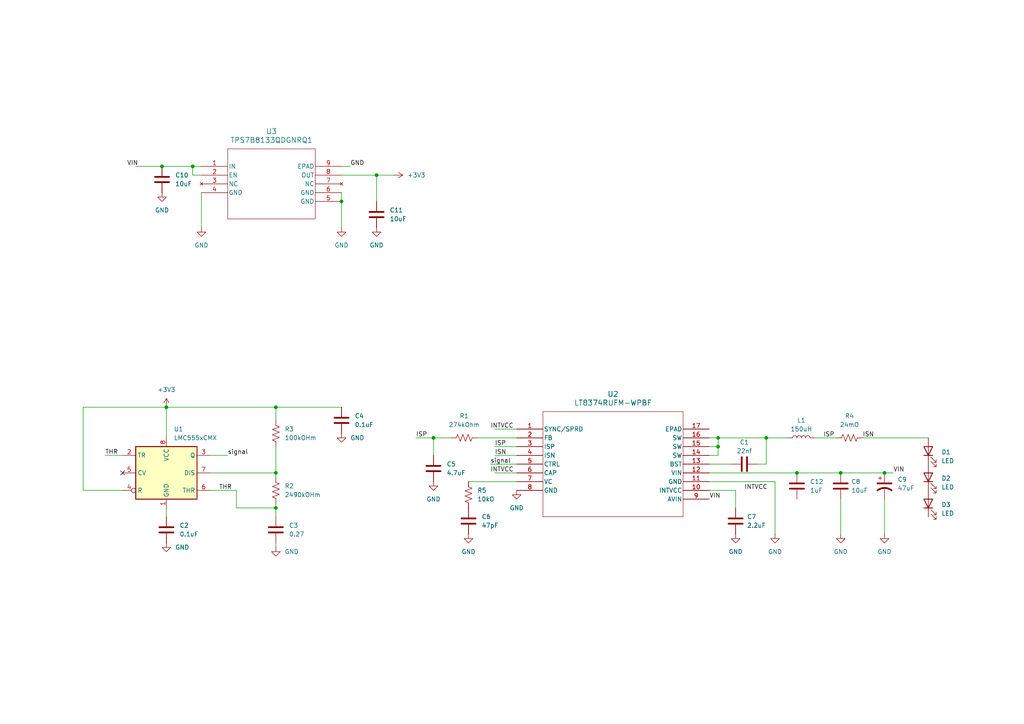
<source format=kicad_sch>
(kicad_sch (version 20250114) (generator "eeschema") (generator_version "9.0")
  (paper "A4")
  (lib_symbols
    (symbol "Device:C" (pin_numbers (hide yes)) (pin_names (offset 0.254))
      (property "Reference" "C" (at 0.635 2.54 0))
      (property "Value" "C" (at 0.635 -2.54 0))
      (symbol "C_0_1"
        (polyline (pts (xy -2.032 0.762) (xy 2.032 0.762)) (stroke (width 0.508)))
        (polyline (pts (xy -2.032 -0.762) (xy 2.032 -0.762)) (stroke (width 0.508)))
      )
      (symbol "C_1_1"
        (pin passive line (at 0 3.81 270) (length 2.794) (name "~") (number "1"))
        (pin passive line (at 0 -3.81 90) (length 2.794) (name "~") (number "2"))
      )
    )
    (symbol "Device:C_Polarized_US" (pin_numbers (hide yes)) (pin_names (offset 0.254) (hide yes))
      (property "Reference" "C" (at 0.635 2.54 0))
      (property "Value" "C_Polarized_US" (at 0.635 -2.54 0))
      (symbol "C_Polarized_US_0_1"
        (polyline (pts (xy -2.032 0.762) (xy 2.032 0.762)) (stroke (width 0.508)))
        (polyline (pts (xy -1.778 2.286) (xy -0.762 2.286)))
        (polyline (pts (xy -1.27 1.778) (xy -1.27 2.794)))
        (arc (start -2.032 -1.27) (mid 0 -0.5572) (end 2.032 -1.27) (stroke (width 0.508)))
      )
      (symbol "C_Polarized_US_1_1"
        (pin passive line (at 0 3.81 270) (length 2.794) (name "~") (number "1"))
        (pin passive line (at 0 -3.81 90) (length 3.302) (name "~") (number "2"))
      )
    )
    (symbol "Device:L" (pin_numbers (hide yes)) (pin_names (offset 1.016) (hide yes))
      (property "Reference" "L" (at -1.27 0 90))
      (property "Value" "L" (at 1.905 0 90))
      (symbol "L_0_1"
        (arc (start 0 2.54) (mid 0.6323 1.905) (end 0 1.27))
        (arc (start 0 1.27) (mid 0.6323 0.635) (end 0 0))
        (arc (start 0 0) (mid 0.6323 -0.635) (end 0 -1.27))
        (arc (start 0 -1.27) (mid 0.6323 -1.905) (end 0 -2.54))
      )
      (symbol "L_1_1"
        (pin passive line (at 0 3.81 270) (length 1.27) (name "1") (number "1"))
        (pin passive line (at 0 -3.81 90) (length 1.27) (name "2") (number "2"))
      )
    )
    (symbol "Device:LED" (pin_numbers (hide yes)) (pin_names (offset 1.016) (hide yes))
      (property "Reference" "D" (at 0 2.54 0))
      (property "Value" "LED" (at 0 -2.54 0))
      (symbol "LED_0_1"
        (polyline (pts (xy -3.048 -0.762) (xy -4.572 -2.286) (xy -3.81 -2.286) (xy -4.572 -2.286) (xy -4.572 -1.524)))
        (polyline (pts (xy -1.778 -0.762) (xy -3.302 -2.286) (xy -2.54 -2.286) (xy -3.302 -2.286) (xy -3.302 -1.524)))
        (polyline (pts (xy -1.27 0) (xy 1.27 0)))
        (polyline (pts (xy -1.27 -1.27) (xy -1.27 1.27)) (stroke (width 0.254)))
        (polyline (pts (xy 1.27 -1.27) (xy 1.27 1.27) (xy -1.27 0) (xy 1.27 -1.27)) (stroke (width 0.254)))
      )
      (symbol "LED_1_1"
        (pin passive line (at -3.81 0 0) (length 2.54) (name "K") (number "1"))
        (pin passive line (at 3.81 0 180) (length 2.54) (name "A") (number "2"))
      )
    )
    (symbol "Device:R_US" (pin_numbers (hide yes)) (pin_names (offset 0))
      (property "Reference" "R" (at 2.54 0 90))
      (property "Value" "R_US" (at -2.54 0 90))
      (symbol "R_US_0_1"
        (polyline (pts (xy 0 2.286) (xy 0 2.54)))
        (polyline (pts (xy 0 2.286) (xy 1.016 1.905) (xy 0 1.524) (xy -1.016 1.143) (xy 0 0.762)))
        (polyline (pts (xy 0 0.762) (xy 1.016 0.381) (xy 0 0) (xy -1.016 -0.381) (xy 0 -0.762)))
        (polyline (pts (xy 0 -0.762) (xy 1.016 -1.143) (xy 0 -1.524) (xy -1.016 -1.905) (xy 0 -2.286)))
        (polyline (pts (xy 0 -2.286) (xy 0 -2.54)))
      )
      (symbol "R_US_1_1"
        (pin passive line (at 0 3.81 270) (length 1.27) (name "~") (number "1"))
        (pin passive line (at 0 -3.81 90) (length 1.27) (name "~") (number "2"))
      )
    )
    (symbol "Timer:LMC555xM"
      (property "Reference" "U" (at -10.16 8.89 0))
      (property "Value" "LMC555xM" (at 2.54 8.89 0))
      (symbol "LMC555xM_0_0"
        (pin power_in line (at 0 10.16 270) (length 2.54) (name "VCC") (number "8"))
        (pin power_in line (at 0 -10.16 90) (length 2.54) (name "GND") (number "1"))
      )
      (symbol "LMC555xM_0_1"
        (rectangle (start -8.89 -7.62) (end 8.89 7.62) (stroke (width 0.254)) (fill (type background)))
        (rectangle (start -8.89 -7.62) (end 8.89 7.62) (stroke (width 0.254)) (fill (type background)))
      )
      (symbol "LMC555xM_1_1"
        (pin input line (at -12.7 5.08 0) (length 3.81) (name "TR") (number "2"))
        (pin input line (at -12.7 0 0) (length 3.81) (name "CV") (number "5"))
        (pin input inverted (at -12.7 -5.08 0) (length 3.81) (name "R") (number "4"))
        (pin output line (at 12.7 5.08 180) (length 3.81) (name "Q") (number "3"))
        (pin input line (at 12.7 0 180) (length 3.81) (name "DIS") (number "7"))
        (pin input line (at 12.7 -5.08 180) (length 3.81) (name "THR") (number "6"))
      )
    )
    (symbol "_LT8374:LT8374RUFM-WPBF" (pin_names (offset 0.254))
      (property "Reference" "U" (at 27.94 10.16 0))
      (property "Value" "LT8374RUFM-WPBF" (at 27.94 7.62 0))
      (symbol "LT8374RUFM-WPBF_0_1"
        (polyline (pts (xy 7.62 5.08) (xy 7.62 -25.4)) (stroke (width 0.127)))
        (polyline (pts (xy 7.62 -25.4) (xy 48.26 -25.4)) (stroke (width 0.127)))
        (polyline (pts (xy 48.26 5.08) (xy 7.62 5.08)) (stroke (width 0.127)))
        (polyline (pts (xy 48.26 -25.4) (xy 48.26 5.08)) (stroke (width 0.127)))
        (pin unspecified line (at 0 0 0) (length 7.62) (name "SYNC/SPRD") (number "1"))
        (pin unspecified line (at 0 -2.54 0) (length 7.62) (name "FB") (number "2"))
        (pin unspecified line (at 0 -5.08 0) (length 7.62) (name "ISP") (number "3"))
        (pin unspecified line (at 0 -7.62 0) (length 7.62) (name "ISN") (number "4"))
        (pin unspecified line (at 0 -10.16 0) (length 7.62) (name "CTRL") (number "5"))
        (pin unspecified line (at 0 -12.7 0) (length 7.62) (name "CAP") (number "6"))
        (pin unspecified line (at 0 -15.24 0) (length 7.62) (name "VC") (number "7"))
        (pin power_out line (at 0 -17.78 0) (length 7.62) (name "GND") (number "8"))
        (pin power_out line (at 55.88 0 180) (length 7.62) (name "EPAD") (number "17"))
        (pin unspecified line (at 55.88 -2.54 180) (length 7.62) (name "SW") (number "16"))
        (pin unspecified line (at 55.88 -5.08 180) (length 7.62) (name "SW") (number "15"))
        (pin unspecified line (at 55.88 -7.62 180) (length 7.62) (name "SW") (number "14"))
        (pin unspecified line (at 55.88 -10.16 180) (length 7.62) (name "BST") (number "13"))
        (pin input line (at 55.88 -12.7 180) (length 7.62) (name "VIN") (number "12"))
        (pin power_out line (at 55.88 -15.24 180) (length 7.62) (name "GND") (number "11"))
        (pin power_in line (at 55.88 -17.78 180) (length 7.62) (name "INTVCC") (number "10"))
        (pin input line (at 55.88 -20.32 180) (length 7.62) (name "AVIN") (number "9"))
      )
    )
    (symbol "_TPS7B81-Q1:TPS7B8133QDGNRQ1" (pin_names (offset 0.254))
      (property "Reference" "U" (at 20.32 10.16 0))
      (property "Value" "TPS7B8133QDGNRQ1" (at 20.32 7.62 0))
      (symbol "TPS7B8133QDGNRQ1_0_1"
        (polyline (pts (xy 7.62 5.08) (xy 7.62 -15.24)) (stroke (width 0.127)))
        (polyline (pts (xy 7.62 -15.24) (xy 33.02 -15.24)) (stroke (width 0.127)))
        (polyline (pts (xy 33.02 5.08) (xy 7.62 5.08)) (stroke (width 0.127)))
        (polyline (pts (xy 33.02 -15.24) (xy 33.02 5.08)) (stroke (width 0.127)))
        (pin input line (at 0 0 0) (length 7.62) (name "IN") (number "1"))
        (pin input line (at 0 -2.54 0) (length 7.62) (name "EN") (number "2"))
        (pin no_connect line (at 0 -5.08 0) (length 7.62) (name "NC") (number "3"))
        (pin power_out line (at 0 -7.62 0) (length 7.62) (name "GND") (number "4"))
        (pin power_out line (at 40.64 0 180) (length 7.62) (name "EPAD") (number "9"))
        (pin output line (at 40.64 -2.54 180) (length 7.62) (name "OUT") (number "8"))
        (pin no_connect line (at 40.64 -5.08 180) (length 7.62) (name "NC") (number "7"))
        (pin power_out line (at 40.64 -7.62 180) (length 7.62) (name "GND") (number "6"))
        (pin power_out line (at 40.64 -10.16 180) (length 7.62) (name "GND") (number "5"))
      )
    )
    (symbol "power:+3V3" (power) (pin_numbers (hide yes)) (pin_names (offset 0) (hide yes))
      (property "Value" "+3V3" (at 0 3.556 0))
      (symbol "+3V3_0_1"
        (polyline (pts (xy -0.762 1.27) (xy 0 2.54)))
        (polyline (pts (xy 0 2.54) (xy 0.762 1.27)))
        (polyline (pts (xy 0 0) (xy 0 2.54)))
      )
      (symbol "+3V3_1_1"
        (pin power_in line (at 0 0 90) (length 0) (name "~") (number "1"))
      )
    )
    (symbol "power:GND" (power) (pin_numbers (hide yes)) (pin_names (offset 0) (hide yes))
      (property "Value" "GND" (at 0 -3.81 0))
      (symbol "GND_0_1"
        (polyline (pts (xy 0 0) (xy 0 -1.27) (xy 1.27 -1.27) (xy 0 -2.54) (xy -1.27 -1.27) (xy 0 -1.27)))
      )
      (symbol "GND_1_1"
        (pin power_in line (at 0 0 270) (length 0) (name "~") (number "1"))
      )
    )
  )
  (junction (at 80.01 137.16))
  (junction (at 125.73 127))
  (junction (at 55.88 48.26))
  (junction (at 99.06 58.42))
  (junction (at 243.84 137.16))
  (junction (at 80.01 147.32))
  (junction (at 48.26 118.11))
  (junction (at 208.28 127))
  (junction (at 46.99 48.26))
  (junction (at 109.22 50.8))
  (junction (at 208.28 129.54))
  (junction (at 80.01 118.11))
  (junction (at 231.14 137.16))
  (junction (at 222.25 127))
  (junction (at 256.54 137.16))
  (no_connect (at 35.56 137.16))
  (wire (pts (xy 222.25 127) (xy 228.6 127)))
  (wire (pts (xy 68.58 147.32) (xy 80.01 147.32)))
  (wire (pts (xy 205.74 139.7) (xy 224.79 139.7)))
  (wire (pts (xy 250.19 127) (xy 269.24 127)))
  (wire (pts (xy 231.14 137.16) (xy 243.84 137.16)))
  (wire (pts (xy 99.06 55.88) (xy 99.06 58.42)))
  (wire (pts (xy 80.01 149.86) (xy 80.01 147.32)))
  (wire (pts (xy 68.58 147.32) (xy 68.58 142.24)))
  (wire (pts (xy 142.24 134.62) (xy 149.86 134.62)))
  (wire (pts (xy 236.22 127) (xy 242.57 127)))
  (wire (pts (xy 205.74 134.62) (xy 212.09 134.62)))
  (wire (pts (xy 208.28 127) (xy 222.25 127)))
  (wire (pts (xy 138.43 127) (xy 149.86 127)))
  (wire (pts (xy 58.42 50.8) (xy 55.88 50.8)))
  (wire (pts (xy 143.51 132.08) (xy 149.86 132.08)))
  (wire (pts (xy 80.01 118.11) (xy 80.01 121.92)))
  (wire (pts (xy 243.84 137.16) (xy 256.54 137.16)))
  (wire (pts (xy 208.28 129.54) (xy 208.28 127)))
  (wire (pts (xy 143.51 129.54) (xy 149.86 129.54)))
  (wire (pts (xy 208.28 132.08) (xy 208.28 129.54)))
  (wire (pts (xy 68.58 142.24) (xy 60.96 142.24)))
  (wire (pts (xy 99.06 58.42) (xy 99.06 66.04)))
  (wire (pts (xy 256.54 137.16) (xy 259.08 137.16)))
  (wire (pts (xy 66.04 132.08) (xy 60.96 132.08)))
  (wire (pts (xy 143.51 124.46) (xy 149.86 124.46)))
  (wire (pts (xy 55.88 50.8) (xy 55.88 48.26)))
  (wire (pts (xy 80.01 147.32) (xy 80.01 146.05)))
  (wire (pts (xy 125.73 127) (xy 130.81 127)))
  (wire (pts (xy 48.26 118.11) (xy 48.26 127)))
  (wire (pts (xy 39.37 48.26) (xy 46.99 48.26)))
  (wire (pts (xy 80.01 138.43) (xy 80.01 137.16)))
  (wire (pts (xy 224.79 139.7) (xy 224.79 154.94)))
  (wire (pts (xy 35.56 142.24) (xy 24.13 142.24)))
  (wire (pts (xy 80.01 118.11) (xy 99.06 118.11)))
  (wire (pts (xy 125.73 127) (xy 120.65 127)))
  (wire (pts (xy 222.25 127) (xy 222.25 134.62)))
  (wire (pts (xy 143.51 137.16) (xy 149.86 137.16)))
  (wire (pts (xy 243.84 144.78) (xy 243.84 154.94)))
  (wire (pts (xy 24.13 118.11) (xy 48.26 118.11)))
  (wire (pts (xy 135.89 139.7) (xy 149.86 139.7)))
  (wire (pts (xy 55.88 48.26) (xy 58.42 48.26)))
  (wire (pts (xy 256.54 144.78) (xy 256.54 154.94)))
  (wire (pts (xy 99.06 50.8) (xy 109.22 50.8)))
  (wire (pts (xy 109.22 50.8) (xy 114.3 50.8)))
  (wire (pts (xy 125.73 132.08) (xy 125.73 127)))
  (wire (pts (xy 109.22 50.8) (xy 109.22 58.42)))
  (wire (pts (xy 222.25 134.62) (xy 219.71 134.62)))
  (wire (pts (xy 205.74 142.24) (xy 213.36 142.24)))
  (wire (pts (xy 205.74 129.54) (xy 208.28 129.54)))
  (wire (pts (xy 213.36 142.24) (xy 213.36 147.32)))
  (wire (pts (xy 58.42 55.88) (xy 58.42 66.04)))
  (wire (pts (xy 48.26 147.32) (xy 48.26 149.86)))
  (wire (pts (xy 30.48 132.08) (xy 35.56 132.08)))
  (wire (pts (xy 80.01 129.54) (xy 80.01 137.16)))
  (wire (pts (xy 99.06 48.26) (xy 101.6 48.26)))
  (wire (pts (xy 24.13 142.24) (xy 24.13 118.11)))
  (wire (pts (xy 80.01 158.75) (xy 80.01 157.48)))
  (wire (pts (xy 48.26 118.11) (xy 80.01 118.11)))
  (wire (pts (xy 46.99 48.26) (xy 55.88 48.26)))
  (wire (pts (xy 60.96 137.16) (xy 80.01 137.16)))
  (wire (pts (xy 205.74 127) (xy 208.28 127)))
  (wire (pts (xy 205.74 132.08) (xy 208.28 132.08)))
  (wire (pts (xy 205.74 137.16) (xy 231.14 137.16)))
  (label "signal" (at 66.04 132.08 0))
  (label "ISP" (at 120.65 127 0))
  (label "INTVCC" (at 142.24 137.16 0))
  (label "ISN" (at 143.51 132.08 0))
  (label "ISN" (at 250.19 127 0))
  (label "signal" (at 142.24 134.62 0))
  (label "THR" (at 30.48 132.08 0))
  (label "THR" (at 63.5 142.24 0))
  (label "VIN" (at 259.08 137.16 0))
  (label "INTVCC" (at 215.9 142.24 0))
  (label "VIN" (at 36.83 48.26 0))
  (label "VIN" (at 205.74 144.78 0))
  (label "INTVCC" (at 142.24 124.46 0))
  (label "ISP" (at 143.51 129.54 0))
  (label "ISP" (at 238.76 127 0))
  (label "GND" (at 101.6 48.26 0))
  (symbol (lib_id "_TPS7B81-Q1:TPS7B8133QDGNRQ1") (at 58.42 48.26 0) (unit 1)
    (property "Reference" "U3" (at 78.74 38.1 0) (effects (font (size 1.524 1.524))))
    (property "Value" "TPS7B8133QDGNRQ1" (at 78.74 40.64 0) (effects (font (size 1.524 1.524))))
    (property "Footprint" "VSSOP8_DGN_TEX" (effects (hide yes)))
    (property "Datasheet" "https://www.ti.com/lit/gpn/tps7b81-q1" (effects (hide yes)))
  )
  (symbol (lib_id "Device:C") (at 125.73 135.89 180) (unit 1)
    (property "Reference" "C5" (at 129.54 134.6199 0) (effects (justify right)))
    (property "Value" "4.7uF" (at 129.54 137.1599 0) (effects (justify right)))
    (property "Description" "Unpolarized capacitor" (effects (hide yes)))
  )
  (symbol (lib_id "power:GND") (at 213.36 154.94 0) (unit 1)
    (property "Reference" "#PWR06" (effects (hide yes)))
    (property "Value" "GND" (at 213.36 160.02 0))
    (property "Description" "Power symbol creates a global label with name \"GND\" , ground" (effects (hide yes)))
  )
  (symbol (lib_id "Device:R_US") (at 80.01 142.24 0) (unit 1)
    (property "Reference" "R2" (at 82.55 140.9699 0) (effects (justify left)))
    (property "Value" "2490kOHm" (at 82.55 143.5099 0) (effects (justify left)))
    (property "Description" "Resistor, US symbol" (effects (hide yes)))
  )
  (symbol (lib_id "Device:C") (at 231.14 140.97 0) (unit 1)
    (property "Reference" "C12" (at 234.95 139.6999 0) (effects (justify left)))
    (property "Value" "1uF" (at 234.95 142.2399 0) (effects (justify left)))
    (property "Description" "Unpolarized capacitor" (effects (hide yes)))
  )
  (symbol (lib_id "power:GND") (at 109.22 66.04 0) (unit 1)
    (property "Reference" "#PWR012" (effects (hide yes)))
    (property "Value" "GND" (at 109.22 71.12 0))
    (property "Description" "Power symbol creates a global label with name \"GND\" , ground" (effects (hide yes)))
  )
  (symbol (lib_id "power:GND") (at 80.01 158.75 0) (unit 1)
    (property "Reference" "#PWR02" (effects (hide yes)))
    (property "Value" "GND" (at 82.55 160.0199 0) (effects (justify left)))
    (property "Description" "Power symbol creates a global label with name \"GND\" , ground" (effects (hide yes)))
  )
  (symbol (lib_id "Device:LED") (at 269.24 146.05 90) (unit 1)
    (property "Reference" "D3" (at 273.05 146.3674 90) (effects (justify right)))
    (property "Value" "LED" (at 273.05 148.9074 90) (effects (justify right)))
    (property "Description" "Light emitting diode" (effects (hide yes)))
    (property "Sim.Pins" "1=K 2=A" (effects (hide yes)))
    (property "Mfr" "CreeLED" (effects (hide yes)))
    (property "Mfr P/N" "JB3030AWT-P-H65EA0000-N0000001" (effects (hide yes)))
  )
  (symbol (lib_id "power:+3V3") (at 114.3 50.8 270) (unit 1)
    (property "Reference" "#PWR015" (effects (hide yes)))
    (property "Value" "+3V3" (at 118.11 50.7999 90) (effects (justify left)))
    (property "Description" "Power symbol creates a global label with name \"+3V3\"" (effects (hide yes)))
  )
  (symbol (lib_id "power:GND") (at 135.89 154.94 0) (unit 1)
    (property "Reference" "#PWR05" (effects (hide yes)))
    (property "Value" "GND" (at 135.89 160.02 0))
    (property "Description" "Power symbol creates a global label with name \"GND\" , ground" (effects (hide yes)))
  )
  (symbol (lib_id "power:GND") (at 224.79 154.94 0) (unit 1)
    (property "Reference" "#PWR07" (effects (hide yes)))
    (property "Value" "GND" (at 224.79 160.02 0))
    (property "Description" "Power symbol creates a global label with name \"GND\" , ground" (effects (hide yes)))
  )
  (symbol (lib_id "Device:C") (at 135.89 151.13 0) (unit 1)
    (property "Reference" "C6" (at 139.7 149.8599 0) (effects (justify left)))
    (property "Value" "47pF" (at 139.7 152.3999 0) (effects (justify left)))
    (property "Description" "Unpolarized capacitor" (effects (hide yes)))
  )
  (symbol (lib_id "power:GND") (at 58.42 66.04 0) (unit 1)
    (property "Reference" "#PWR014" (effects (hide yes)))
    (property "Value" "GND" (at 58.42 71.12 0))
    (property "Description" "Power symbol creates a global label with name \"GND\" , ground" (effects (hide yes)))
  )
  (symbol (lib_id "power:GND") (at 46.99 55.88 0) (unit 1)
    (property "Reference" "#PWR011" (effects (hide yes)))
    (property "Value" "GND" (at 46.99 60.96 0))
    (property "Description" "Power symbol creates a global label with name \"GND\" , ground" (effects (hide yes)))
  )
  (symbol (lib_id "Device:C") (at 46.99 52.07 0) (unit 1)
    (property "Reference" "C10" (at 50.8 50.7999 0) (effects (justify left)))
    (property "Value" "10uF" (at 50.8 53.3399 0) (effects (justify left)))
    (property "Description" "Unpolarized capacitor" (effects (hide yes)))
  )
  (symbol (lib_id "Device:C") (at 213.36 151.13 0) (unit 1)
    (property "Reference" "C7" (at 216.662 149.86 0) (effects (justify left)))
    (property "Value" "2.2uF" (at 216.662 152.4 0) (effects (justify left)))
    (property "Description" "Unpolarized capacitor" (effects (hide yes)))
  )
  (symbol (lib_id "Device:C") (at 99.06 121.92 0) (unit 1)
    (property "Reference" "C4" (at 102.87 120.6499 0) (effects (justify left)))
    (property "Value" "0.1uF" (at 102.87 123.1899 0) (effects (justify left)))
    (property "Description" "Unpolarized capacitor" (effects (hide yes)))
  )
  (symbol (lib_id "Device:C") (at 109.22 62.23 0) (unit 1)
    (property "Reference" "C11" (at 113.03 60.9599 0) (effects (justify left)))
    (property "Value" "10uF" (at 113.03 63.4999 0) (effects (justify left)))
    (property "Description" "Unpolarized capacitor" (effects (hide yes)))
  )
  (symbol (lib_id "Device:R_US") (at 134.62 127 90) (unit 1)
    (property "Reference" "R1" (at 134.62 120.65 90))
    (property "Value" "274kOhm" (at 134.62 123.19 90))
    (property "Description" "Resistor, US symbol" (effects (hide yes)))
  )
  (symbol (lib_id "power:GND") (at 243.84 154.94 0) (unit 1)
    (property "Reference" "#PWR09" (effects (hide yes)))
    (property "Value" "GND" (at 243.84 160.02 0))
    (property "Description" "Power symbol creates a global label with name \"GND\" , ground" (effects (hide yes)))
  )
  (symbol (lib_id "power:GND") (at 48.26 157.48 0) (unit 1)
    (property "Reference" "#PWR01" (effects (hide yes)))
    (property "Value" "GND" (at 50.8 158.7499 0) (effects (justify left)))
    (property "Description" "Power symbol creates a global label with name \"GND\" , ground" (effects (hide yes)))
  )
  (symbol (lib_id "Device:R_US") (at 135.89 143.51 0) (unit 1)
    (property "Reference" "R5" (at 138.43 142.2399 0) (effects (justify left)))
    (property "Value" "10kO" (at 138.43 144.7799 0) (effects (justify left)))
    (property "Description" "Resistor, US symbol" (effects (hide yes)))
  )
  (symbol (lib_id "Device:L") (at 232.41 127 90) (unit 1)
    (property "Reference" "L1" (at 232.41 121.92 90))
    (property "Value" "150uH" (at 232.41 124.46 90))
    (property "Datasheet" "https://www.bourns.com/docs/Product-Datasheets/SRN1060.pdf" (effects (hide yes)))
    (property "Description" "Inductor" (effects (hide yes)))
    (property "Mfr" "Bourns Inc." (effects (hide yes)))
    (property "Mfr P/N" "SRN1060-151M" (effects (hide yes)))
    (property "Supplier_1" "DigiKey" (effects (hide yes)))
    (property "Supplier_1 P/N" "SRN1060-151MCT-ND" (effects (hide yes)))
    (property "Supplier_1 Price @ Qty" "$0.67" (effects (hide yes)))
    (property "Supplier_1 Unit Price" "$0.67000" (effects (hide yes)))
  )
  (symbol (lib_id "Device:R_US") (at 246.38 127 90) (unit 1)
    (property "Reference" "R4" (at 246.38 120.65 90))
    (property "Value" "24mO" (at 246.38 123.19 90))
    (property "Description" "Resistor, US symbol" (effects (hide yes)))
  )
  (symbol (lib_id "Device:C") (at 48.26 153.67 0) (unit 1)
    (property "Reference" "C2" (at 52.07 152.3999 0) (effects (justify left)))
    (property "Value" "0.1uF" (at 52.07 154.9399 0) (effects (justify left)))
    (property "Description" "Unpolarized capacitor" (effects (hide yes)))
  )
  (symbol (lib_id "power:GND") (at 99.06 125.73 0) (unit 1)
    (property "Reference" "#PWR03" (effects (hide yes)))
    (property "Value" "GND" (at 101.6 126.9999 0) (effects (justify left)))
    (property "Description" "Power symbol creates a global label with name \"GND\" , ground" (effects (hide yes)))
  )
  (symbol (lib_id "power:GND") (at 125.73 139.7 0) (unit 1)
    (property "Reference" "#PWR04" (effects (hide yes)))
    (property "Value" "GND" (at 125.73 144.78 0))
    (property "Description" "Power symbol creates a global label with name \"GND\" , ground" (effects (hide yes)))
  )
  (symbol (lib_id "Device:C") (at 215.9 134.62 90) (unit 1)
    (property "Reference" "C1" (at 215.9 128.27 90))
    (property "Value" "22nf" (at 215.9 130.81 90))
    (property "Description" "Unpolarized capacitor" (effects (hide yes)))
  )
  (symbol (lib_id "Device:LED") (at 269.24 138.43 90) (unit 1)
    (property "Reference" "D2" (at 273.05 138.7474 90) (effects (justify right)))
    (property "Value" "LED" (at 273.05 141.2874 90) (effects (justify right)))
    (property "Description" "Light emitting diode" (effects (hide yes)))
    (property "Sim.Pins" "1=K 2=A" (effects (hide yes)))
    (property "Mfr" "CreeLED" (effects (hide yes)))
    (property "Mfr P/N" "JB3030AWT-P-H65EA0000-N0000001" (effects (hide yes)))
  )
  (symbol (lib_id "Device:C_Polarized_US") (at 256.54 140.97 0) (unit 1)
    (property "Reference" "C9" (at 260.35 139.0649 0) (effects (justify left)))
    (property "Value" "47uF" (at 260.35 141.6049 0) (effects (justify left)))
    (property "Description" "Polarized capacitor, US symbol" (effects (hide yes)))
  )
  (symbol (lib_id "power:GND") (at 256.54 154.94 0) (unit 1)
    (property "Reference" "#PWR08" (effects (hide yes)))
    (property "Value" "GND" (at 256.54 160.02 0))
    (property "Description" "Power symbol creates a global label with name \"GND\" , ground" (effects (hide yes)))
  )
  (symbol (lib_id "Device:C") (at 80.01 153.67 0) (unit 1)
    (property "Reference" "C3" (at 83.82 152.3999 0) (effects (justify left)))
    (property "Value" "0.27" (at 83.82 154.9399 0) (effects (justify left)))
    (property "Description" "Unpolarized capacitor" (effects (hide yes)))
  )
  (symbol (lib_id "Device:R_US") (at 80.01 125.73 0) (unit 1)
    (property "Reference" "R3" (at 82.55 124.4599 0) (effects (justify left)))
    (property "Value" "100kOHm" (at 82.55 126.9999 0) (effects (justify left)))
    (property "Description" "Resistor, US symbol" (effects (hide yes)))
  )
  (symbol (lib_id "power:+3V3") (at 48.26 118.11 0) (unit 1)
    (property "Reference" "#PWR016" (effects (hide yes)))
    (property "Value" "+3V3" (at 48.26 113.03 0))
    (property "Description" "Power symbol creates a global label with name \"+3V3\"" (effects (hide yes)))
  )
  (symbol (lib_id "power:GND") (at 149.86 142.24 0) (unit 1)
    (property "Reference" "#PWR010" (effects (hide yes)))
    (property "Value" "GND" (at 149.86 147.32 0))
    (property "Description" "Power symbol creates a global label with name \"GND\" , ground" (effects (hide yes)))
  )
  (symbol (lib_id "power:GND") (at 99.06 66.04 0) (unit 1)
    (property "Reference" "#PWR013" (effects (hide yes)))
    (property "Value" "GND" (at 99.06 71.12 0))
    (property "Description" "Power symbol creates a global label with name \"GND\" , ground" (effects (hide yes)))
  )
  (symbol (lib_id "Device:LED") (at 269.24 130.81 90) (unit 1)
    (property "Reference" "D1" (at 273.05 131.1274 90) (effects (justify right)))
    (property "Value" "LED" (at 273.05 133.6674 90) (effects (justify right)))
    (property "Description" "Light emitting diode" (effects (hide yes)))
    (property "Sim.Pins" "1=K 2=A" (effects (hide yes)))
    (property "Mfr" "CreeLED" (effects (hide yes)))
    (property "Mfr P/N" "JB3030AWT-P-H65EA0000-N0000001" (effects (hide yes)))
  )
  (symbol (lib_id "_LT8374:LT8374RUFM-WPBF") (at 149.86 124.46 0) (unit 1)
    (property "Reference" "U2" (at 177.8 114.3 0) (effects (font (size 1.524 1.524))))
    (property "Value" "LT8374RUFM-WPBF" (at 177.8 116.84 0) (effects (font (size 1.524 1.524))))
    (property "Footprint" "05-08-1799_ADI" (effects (hide yes)))
    (property "Datasheet" "LT8374RUFM-WPBF" (effects (hide yes)))
  )
  (symbol (lib_id "Device:C") (at 243.84 140.97 0) (unit 1)
    (property "Reference" "C8" (at 246.888 139.7 0) (effects (justify left)))
    (property "Value" "10uF" (at 246.888 142.24 0) (effects (justify left)))
    (property "Description" "Unpolarized capacitor" (effects (hide yes)))
  )
  (symbol (lib_id "Timer:LMC555xM") (at 48.26 137.16 0) (unit 1)
    (property "Reference" "U1" (at 50.4033 124.46 0) (effects (justify left)))
    (property "Value" "LMC555xCMX" (at 50.4033 127 0) (effects (justify left)))
    (property "Footprint" "Package_SO:SOIC-8_3.9x4.9mm_P1.27mm" (effects (hide yes)))
    (property "Datasheet" "http://www.ti.com/lit/ds/symlink/lmc555.pdf" (effects (hide yes)))
    (property "Description" "CMOS Timer, 555 compatible, SOIC-8" (effects (hide yes)))
    (property "Mfr" "Texas Instruments" (effects (hide yes)))
    (property "Mfr P/N" "LMC555CMX/NOPB" (effects (hide yes)))
    (property "Supplier 1" "DigiKey" (effects (hide yes)))
    (property "Supplier 1 P/N" "LMC555CMX/NOPBCT-ND" (effects (hide yes)))
    (property "Supplier 1 Unit Price" "$1.10000" (effects (hide yes)))
    (property "Supplier 1 Price @ Qty" "1" (effects (hide yes)))
  )
)
</source>
